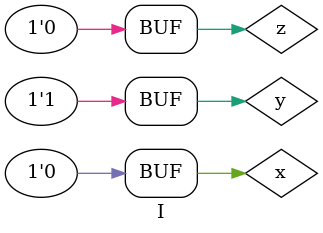
<source format=sv>

interface I;

  localparam bit Z = 1'b0;

  logic z;
  logic y;
  logic x;

  always_comb z = Z;      // Constant
  always_comb y = 1'b1;   // Literal
  always_comb x = z;      // Signal

endinterface

module top;

  I u_I();

endmodule

</source>
